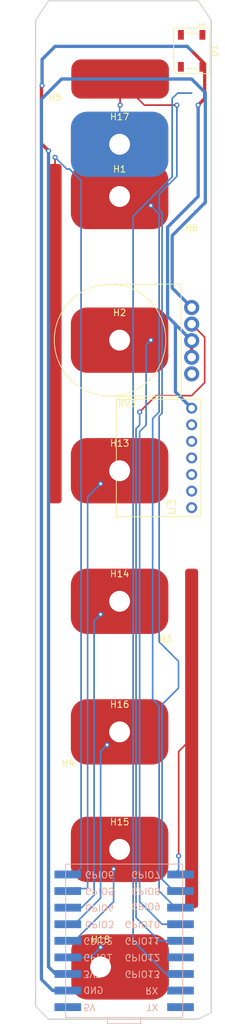
<source format=kicad_pcb>
(kicad_pcb (version 20240108) (generator "pcbnew") (generator_version "8.0")
  (layers (0 "F.Cu" signal) (31 "B.Cu" signal) (34 "B.Paste" user) (35 "F.Paste" user) (36 "B.SilkS" user "B.Silkscreen") (37 "F.SilkS" user "F.Silkscreen") (38 "B.Mask" user) (39 "F.Mask" user) (44 "Edge.Cuts" user))
  (net 0 "")
  (net 1 "/A1")
  (net 2 "+3.3V")
  (net 3 "GND")
  (net 4 "/A2")
  (net 5 "/A3")
  (net 6 "/A4")
  (net 7 "/A5")
  (net 8 "/A6")
  (net 9 "/A0")
  (net 10 "/D2")
  (net 11 "/D1")
  (net 12 "/A8")
  (net 13 "/SCL")
  (net 14 "/SDA")
  (net 15 "/A7")
  (net 16 "/A9")
  (net 17 "/D0")
  (footprint "MountingHole:MountingHole_3.2mm_M3" (layer "F.Cu") (at 37 174)
    (property "Reference" "H18" (at 0 -4.2 0) (layer "F.SilkS"))
    (property "Value" "MountingHole")
    (pad "" np_thru_hole circle (at 0 0) (size 3.2 3.2) (drill 3.2) (layers "*.Cu" "*.Mask"))
  )
  (footprint "ih_kicad:recorder-touchpad" (layer "F.Cu") (at 39.922 98)
    (property "Reference" "TP4" (hide yes))
    (property "Value" "TestPoint" (hide yes))
    (pad "1" smd roundrect (at 0 0) (size 15 10) (layers "F.Cu" "F.Mask") (net 6 "/A4"))
  )
  (footprint "ih_kicad:recorder-touchpad" (layer "F.Cu") (at 39.922 56)
    (property "Reference" "TP2" (hide yes))
    (property "Value" "TestPoint" (hide yes))
    (pad "1" smd roundrect (at 0 0) (size 15 10) (layers "F.Cu" "F.Mask") (net 12 "/A8"))
  )
  (footprint "ih_kicad:recorder-touchtrack" (layer "F.Cu") (at 51 139 90)
    (property "Reference" "TP8" (hide yes))
    (property "Value" "TestPoint" (hide yes))
    (pad "1" smd roundrect (at 0 0 90) (size 52 2) (layers "F.Cu" "F.Mask") (net 8 "/A6"))
  )
  (footprint "ih_kicad:recorder-touchpad" (layer "F.Cu") (at 39.922 118)
    (property "Reference" "TP5" (hide yes))
    (property "Value" "TestPoint" (hide yes))
    (pad "1" smd roundrect (at 0 0) (size 15 10) (layers "F.Cu" "F.Mask") (net 5 "/A3"))
  )
  (footprint "ih_kicad:recorder-touchpad-narrow" (layer "F.Cu") (at 40 38)
    (property "Reference" "TP11" (hide yes))
    (property "Value" "TestPoint" (hide yes))
    (pad "1" smd roundrect (at 0 0) (size 15 6) (layers "F.Cu" "F.Mask") (net 15 "/A7"))
  )
  (footprint "MountingHole:MountingHole_3.2mm_M3" (layer "F.Cu") (at 39.922 118)
    (property "Reference" "H14" (at 0 -4.2 0) (layer "F.SilkS"))
    (property "Value" "MountingHole")
    (pad "" np_thru_hole circle (at 0 0) (size 3.2 3.2) (drill 3.2) (layers "*.Cu" "*.Mask"))
  )
  (footprint "ih_kicad:LSM6DS3_Breakout_oneSide" (layer "F.Cu") (at 45.92 96.04 -90)
    (property "Reference" "U3" (at 7.5 -2 -90) (layer "F.SilkS") (effects (font (size 1.27 1.27))))
    (property "Value" "LSM6DS3_Breakout")
    (fp_line (start -9 6.5) (end 9 6.5) (stroke (width 0.12)) (layer "F.SilkS"))
    (fp_line (start -9 -6.5) (end -9 6.5) (stroke (width 0.12)) (layer "F.SilkS"))
    (fp_line (start -9 -6.5) (end 9 -6.5) (stroke (width 0.12)) (layer "F.SilkS"))
    (fp_line (start 9 -6.5) (end 9 6.5) (stroke (width 0.12)) (layer "F.SilkS"))
    (pad "1" thru_hole circle (at -7.62 -5.08 270) (size 1.7 1.7) (drill 1) (layers "*.Cu" "*.Mask") (net 2 "+3.3V"))
    (pad "2" thru_hole circle (at -5.08 -5.08 270) (size 1.7 1.7) (drill 1) (layers "*.Cu" "*.Mask"))
    (pad "3" thru_hole circle (at -2.54 -5.08 270) (size 1.7 1.7) (drill 1) (layers "*.Cu" "*.Mask") (net 3 "GND"))
    (pad "4" thru_hole circle (at 0 -5.08 270) (size 1.7 1.7) (drill 1) (layers "*.Cu" "*.Mask") (net 13 "/SCL"))
    (pad "5" thru_hole circle (at 2.54 -5.08 270) (size 1.7 1.7) (drill 1) (layers "*.Cu" "*.Mask") (net 14 "/SDA"))
    (pad "6" thru_hole circle (at 5.08 -5.08 270) (size 1.7 1.7) (drill 1) (layers "*.Cu" "*.Mask"))
    (pad "7" thru_hole circle (at 7.62 -5.08 270) (size 1.7 1.7) (drill 1) (layers "*.Cu" "*.Mask"))
  )
  (footprint "MountingHole:MountingHole_3.2mm_M3" (layer "F.Cu") (at 39.922 48)
    (property "Reference" "H17" (at 0 -4.2 0) (layer "F.SilkS"))
    (property "Value" "MountingHole")
    (pad "" np_thru_hole circle (at 0 0) (size 3.2 3.2) (drill 3.2) (layers "*.Cu" "*.Mask"))
  )
  (footprint "MountingHole:MountingHole_3.2mm_M3" (layer "F.Cu") (at 39.922 98)
    (property "Reference" "H13" (at 0 -4.2 0) (layer "F.SilkS"))
    (property "Value" "MountingHole")
    (pad "" np_thru_hole circle (at 0 0) (size 3.2 3.2) (drill 3.2) (layers "*.Cu" "*.Mask"))
  )
  (footprint "ih_kicad:potentiometer_wheel_16mm" (layer "F.Cu") (at 51 73 180)
    (property "Reference" "RV3" (at 9.915 -14.7 0) (layer "F.SilkS"))
    (property "Value" "R_Potentiometer_Dual")
    (fp_line (start 1.63 3.57) (end 12.55 3.57) (stroke (width 0.12)) (layer "F.SilkS"))
    (fp_line (start 1.63 -13.57) (end 12.55 -13.57) (stroke (width 0.12)) (layer "F.SilkS"))
    (fp_line (start 1.63 -13.57) (end 1.63 3.57) (stroke (width 0.12)) (layer "F.SilkS"))
    (fp_circle (center 12.55 -5) (end 21.12 -5) (stroke (width 0.12)) (fill none) (layer "F.SilkS"))
    (pad "1" thru_hole circle (at 0 0 180) (size 2.34 2.34) (drill 1.3) (layers "*.Cu" "*.Mask") (net 3 "GND"))
    (pad "2" thru_hole circle (at 0 -2.54 180) (size 2.34 2.34) (drill 1.3) (layers "*.Cu" "*.Mask") (net 17 "/D0"))
    (pad "3" thru_hole circle (at 0 -5.08 180) (size 2.34 2.34) (drill 1.3) (layers "*.Cu" "*.Mask") (net 2 "+3.3V"))
    (pad "4" thru_hole circle (at 0 -7.62 180) (size 2.34 2.34) (drill 1.3) (layers "*.Cu" "*.Mask") (net 2 "+3.3V"))
    (pad "5" thru_hole circle (at 0 -10.16 180) (size 2.34 2.34) (drill 1.3) (layers "*.Cu" "*.Mask"))
  )
  (footprint "MountingHole:MountingHole_3.2mm_M3" (layer "F.Cu") (at 39.922 156)
    (property "Reference" "H15" (at 0 -4.2 0) (layer "F.SilkS"))
    (property "Value" "MountingHole")
    (pad "" np_thru_hole circle (at 0 0) (size 3.2 3.2) (drill 3.2) (layers "*.Cu" "*.Mask"))
  )
  (footprint "MountingHole:MountingHole_3.2mm_M3" (layer "F.Cu") (at 39.922 138)
    (property "Reference" "H16" (at 0 -4.2 0) (layer "F.SilkS"))
    (property "Value" "MountingHole")
    (pad "" np_thru_hole circle (at 0 0) (size 3.2 3.2) (drill 3.2) (layers "*.Cu" "*.Mask"))
  )
  (footprint "MountingHole:MountingHole_3.2mm_M3" (layer "F.Cu") (at 47 128)
    (property "Reference" "H3" (at 0 -4.2 0) (layer "F.SilkS"))
    (property "Value" "MountingHole")
    (pad "" np_thru_hole circle (at 0 0) (size 3.2 3.2) (drill 3.2) (layers "*.Cu" "*.Mask"))
  )
  (footprint "ih_kicad:recorder-touchpad" (layer "F.Cu") (at 39.922 78)
    (property "Reference" "TP3" (hide yes))
    (property "Value" "TestPoint" (hide yes))
    (pad "1" smd roundrect (at 0 0) (size 15 10) (layers "F.Cu" "F.Mask") (net 16 "/A9"))
  )
  (footprint "MountingHole:MountingHole_3.2mm_M3" (layer "F.Cu") (at 30 45.05)
    (property "Reference" "H5" (at 0 -4.2 0) (layer "F.SilkS"))
    (property "Value" "MountingHole")
    (pad "" np_thru_hole circle (at 0 0) (size 3.2 3.2) (drill 3.2) (layers "*.Cu" "*.Mask"))
  )
  (footprint "MountingHole:MountingHole_3.2mm_M3" (layer "F.Cu") (at 32 147)
    (property "Reference" "H4" (at 0 -4.2 0) (layer "F.SilkS"))
    (property "Value" "MountingHole")
    (pad "" np_thru_hole circle (at 0 0) (size 3.2 3.2) (drill 3.2) (layers "*.Cu" "*.Mask"))
  )
  (footprint "LED_SMD:LED_WS2812B_PLCC4_5.0x5.0mm_P3.2mm" (layer "F.Cu") (at 51 33.682 -90)
    (property "Reference" "D1" (at 0 -3.5 -90) (layer "F.SilkS"))
    (property "Value" "WS2812B")
    (fp_line (start -3.5 2.75) (end 3.05 2.75) (stroke (width 0.12)) (layer "F.SilkS"))
    (fp_line (start 3.05 2.75) (end 3.5 2.3) (stroke (width 0.12)) (layer "F.SilkS"))
    (fp_line (start 3.5 2.3) (end 3.5 -2.75) (stroke (width 0.12)) (layer "F.SilkS"))
    (fp_line (start -2.7 0.9) (end -2.7 -0.9) (stroke (width 0.12)) (layer "F.SilkS"))
    (fp_line (start 2.7 0.9) (end 2.7 -0.9) (stroke (width 0.12)) (layer "F.SilkS"))
    (fp_line (start -3.5 -2.75) (end -3.5 2.75) (stroke (width 0.12)) (layer "F.SilkS"))
    (fp_line (start -3.5 -2.75) (end 3.5 -2.75) (stroke (width 0.12)) (layer "F.SilkS"))
    (fp_text user "1" (at -4 -1.6 -90) (layer "F.SilkS") (effects (font (size 0.8 0.8))))
    (pad "1" smd roundrect (at -2.45 -1.65 270) (size 1.5 0.9) (layers "F.Cu" "F.Paste" "F.Mask") (roundrect_rratio 0.1) (net 2 "+3.3V"))
    (pad "2" smd roundrect (at -2.45 1.65 270) (size 1.5 0.9) (layers "F.Cu" "F.Paste" "F.Mask") (roundrect_rratio 0.1))
    (pad "3" smd roundrect (at 2.45 1.65 270) (size 1.5 0.9) (layers "F.Cu" "F.Paste" "F.Mask") (roundrect_rratio 0.1) (net 3 "GND"))
    (pad "4" smd roundrect (at 2.45 -1.65 270) (size 1.5 0.9) (layers "F.Cu" "F.Paste" "F.Mask") (roundrect_rratio 0.1) (net 10 "/D2"))
  )
  (footprint "ih_kicad:recorder-touchpad" (layer "F.Cu") (at 39.922 156)
    (property "Reference" "TP7" (hide yes))
    (property "Value" "TestPoint" (hide yes))
    (pad "1" smd roundrect (at 0 0) (size 15 10) (layers "F.Cu" "F.Mask") (net 1 "/A1"))
  )
  (footprint "MountingHole:MountingHole_3.2mm_M3" (layer "F.Cu") (at 39.922 78)
    (property "Reference" "H2" (at 0 -4.2 0) (layer "F.SilkS"))
    (property "Value" "MountingHole")
    (pad "" np_thru_hole circle (at 0 0) (size 3.2 3.2) (drill 3.2) (layers "*.Cu" "*.Mask"))
  )
  (footprint "MountingHole:MountingHole_3.2mm_M3" (layer "F.Cu") (at 51 65)
    (property "Reference" "H6" (at 0 -4.2 0) (layer "F.SilkS"))
    (property "Value" "MountingHole")
    (pad "" np_thru_hole circle (at 0 0) (size 3.2 3.2) (drill 3.2) (layers "*.Cu" "*.Mask"))
  )
  (footprint "ih_kicad:recorder-touchpad" (layer "F.Cu") (at 40 174)
    (property "Reference" "TP10" (hide yes))
    (property "Value" "TestPoint" (hide yes))
    (pad "1" smd roundrect (at 0 0) (size 15 10) (layers "F.Cu" "F.Mask") (net 9 "/A0"))
  )
  (footprint "ih_kicad:recorder-touchtrack" (layer "F.Cu") (at 30 77 90)
    (property "Reference" "TP9" (hide yes))
    (property "Value" "TestPoint" (hide yes))
    (pad "1" smd roundrect (at 0 0 90) (size 52 2) (layers "F.Cu" "F.Mask") (net 7 "/A5"))
  )
  (footprint "MountingHole:MountingHole_3.2mm_M3" (layer "F.Cu") (at 39.922 56)
    (property "Reference" "H1" (at 0 -4.2 0) (layer "F.SilkS"))
    (property "Value" "MountingHole")
    (pad "" np_thru_hole circle (at 0 0) (size 3.2 3.2) (drill 3.2) (layers "*.Cu" "*.Mask"))
  )
  (footprint "ih_kicad:recorder-touchpad" (layer "F.Cu") (at 39.922 138)
    (property "Reference" "TP6" (hide yes))
    (property "Value" "TestPoint" (hide yes))
    (pad "1" smd roundrect (at 0 0) (size 15 10) (layers "F.Cu" "F.Mask") (net 4 "/A2"))
  )
  (footprint "ih_kicad:Wifiduino-ESP32S3-SMD" (layer "B.Cu") (at 40.62 170)
    (property "Reference" "U2" (hide yes))
    (property "Value" "~" (hide yes))
    (fp_line (start -9 -11.75) (end 9 -11.75) (stroke (width 0.12)) (layer "B.SilkS"))
    (fp_line (start -9 11.75) (end -9 -11.75) (stroke (width 0.12)) (layer "B.SilkS"))
    (fp_line (start -2.54 11.75) (end -2.54 12.7) (stroke (width 0.12)) (layer "B.SilkS"))
    (fp_line (start -2.54 12.7) (end 2.54 12.7) (stroke (width 0.12)) (layer "B.SilkS"))
    (fp_line (start 2.54 12.7) (end 2.54 11.75) (stroke (width 0.12)) (layer "B.SilkS"))
    (fp_line (start 9 -11.75) (end 9 11.75) (stroke (width 0.12)) (layer "B.SilkS"))
    (fp_line (start 9 11.75) (end -9 11.75) (stroke (width 0.12)) (layer "B.SilkS"))
    (fp_text user "RX" (at 5.309999 7.62 180) (layer "B.SilkS") (effects (justify right mirror)))
    (fp_text user "GPIO12" (at 0 2.54 180) (layer "B.SilkS") (effects (justify left mirror)))
    (fp_text user "GPIO11" (at 0 0 180) (layer "B.SilkS") (effects (justify left mirror)))
    (fp_text user "GPIO1" (at -6.35 2.54 180) (layer "B.SilkS") (effects (justify left mirror)))
    (fp_text user "GPIO7" (at 1 -10.16 180) (layer "B.SilkS") (effects (justify left mirror)))
    (fp_text user "GPIO6" (at -6.120001 -10.16 180) (layer "B.SilkS") (effects (justify left mirror)))
    (fp_text user "GPIO3" (at -6.120001 -2.54 180) (layer "B.SilkS") (effects (justify left mirror)))
    (fp_text user "GND" (at -6.35 7.62 0) (layer "B.SilkS") (effects (justify right mirror)))
    (fp_text user "GPIO13" (at 0 5.08 180) (layer "B.SilkS") (effects (justify left mirror)))
    (fp_text user "GPIO4" (at -6.120001 -5.08 180) (layer "B.SilkS") (effects (justify left mirror)))
    (fp_text user "GPIO8" (at 1 -7.62 180) (layer "B.SilkS") (effects (justify left mirror)))
    (fp_text user "3V3" (at -6.35 5.08 180) (layer "B.SilkS") (effects (justify left mirror)))
    (fp_text user "GPIO9" (at 1 -5.309999 180) (layer "B.SilkS") (effects (justify left mirror)))
    (fp_text user "TX" (at 5.309999 10.16 180) (layer "B.SilkS") (effects (justify right mirror)))
    (fp_text user "GPIO5" (at -6.120001 -7.62 180) (layer "B.SilkS") (effects (justify left mirror)))
    (fp_text user "GPIO10" (at 0 -2.54 180) (layer "B.SilkS") (effects (justify left mirror)))
    (fp_text user "GPIO2" (at -6.35 0 180) (layer "B.SilkS") (effects (justify left mirror)))
    (fp_text user "5V" (at -6.35 10.16 180) (layer "B.SilkS") (effects (justify left mirror)))
    (pad "1" smd custom (at -7.62 10.16 90) (size 1.2 2) (layers "B.Cu" "B.Paste" "B.Mask") (options (clearance outline) (anchor rect)) (primitives (gr_poly (pts (xy -0.5 -3) (xy -0.5 0.5) (xy 0.5 0.5) (xy 0.5 -3)) (width 0.2) (fill yes))))
    (pad "2" smd custom (at -7.62 7.62 90) (size 1.2 2) (layers "B.Cu" "B.Paste" "B.Mask") (net 3 "GND") (options (clearance outline) (anchor rect)) (primitives (gr_poly (pts (xy -0.5 -3) (xy -0.5 0.5) (xy 0.5 0.5) (xy 0.5 -3)) (width 0.2) (fill yes))))
    (pad "3" smd custom (at -7.62 5.08 90) (size 1.2 2) (layers "B.Cu" "B.Paste" "B.Mask") (net 2 "+3.3V") (options (clearance outline) (anchor rect)) (primitives (gr_poly (pts (xy -0.5 -3) (xy -0.5 0.5) (xy 0.5 0.5) (xy 0.5 -3)) (width 0.2) (fill yes))))
    (pad "4" smd custom (at -7.62 2.54 90) (size 1.2 2) (layers "B.Cu" "B.Paste" "B.Mask") (net 9 "/A0") (options (clearance outline) (anchor rect)) (primitives (gr_poly (pts (xy -0.5 -3) (xy -0.5 0.5) (xy 0.5 0.5) (xy 0.5 -3)) (width 0.2) (fill yes))))
    (pad "5" smd custom (at -7.62 0 90) (size 1.2 2) (layers "B.Cu" "B.Paste" "B.Mask") (net 1 "/A1") (options (clearance outline) (anchor rect)) (primitives (gr_poly (pts (xy -0.5 -3) (xy -0.5 0.5) (xy 0.5 0.5) (xy 0.5 -3)) (width 0.2) (fill yes))))
    (pad "6" smd custom (at -7.62 -2.54 90) (size 1.2 2) (layers "B.Cu" "B.Paste" "B.Mask") (net 4 "/A2") (options (clearance outline) (anchor rect)) (primitives (gr_poly (pts (xy -0.5 -3) (xy -0.5 0.5) (xy 0.5 0.5) (xy 0.5 -3)) (width 0.2) (fill yes))))
    (pad "7" smd custom (at -7.62 -5.08 90) (size 1.2 2) (layers "B.Cu" "B.Paste" "B.Mask") (net 5 "/A3") (options (clearance outline) (anchor rect)) (primitives (gr_poly (pts (xy -0.5 -3) (xy -0.5 0.5) (xy 0.5 0.5) (xy 0.5 -3)) (width 0.2) (fill yes))))
    (pad "8" smd custom (at -7.62 -7.62 90) (size 1.2 2) (layers "B.Cu" "B.Paste" "B.Mask") (net 6 "/A4") (options (clearance outline) (anchor rect)) (primitives (gr_poly (pts (xy -0.5 -3) (xy -0.5 0.5) (xy 0.5 0.5) (xy 0.5 -3)) (width 0.2) (fill yes))))
    (pad "9" smd custom (at -7.62 -10.16 90) (size 1.2 2) (layers "B.Cu" "B.Paste" "B.Mask") (net 7 "/A5") (options (clearance outline) (anchor rect)) (primitives (gr_poly (pts (xy -0.5 -3) (xy -0.5 0.5) (xy 0.5 0.5) (xy 0.5 -3)) (width 0.2) (fill yes))))
    (pad "10" smd custom (at 7.62 -10.16 270) (size 1.2 2) (layers "B.Cu" "B.Paste" "B.Mask") (net 8 "/A6") (options (clearance outline) (anchor rect)) (primitives (gr_poly (pts (xy -0.5 -3) (xy -0.5 0.5) (xy 0.5 0.5) (xy 0.5 -3)) (width 0.2) (fill yes))))
    (pad "11" smd custom (at 7.62 -7.62 270) (size 1.2 2) (layers "B.Cu" "B.Paste" "B.Mask") (net 15 "/A7") (options (clearance outline) (anchor rect)) (primitives (gr_poly (pts (xy -0.5 -3) (xy -0.5 0.5) (xy 0.5 0.5) (xy 0.5 -3)) (width 0.2) (fill yes))))
    (pad "12" smd custom (at 7.62 -5.08 270) (size 1.2 2) (layers "B.Cu" "B.Paste" "B.Mask") (net 12 "/A8") (options (clearance outline) (anchor rect)) (primitives (gr_poly (pts (xy -0.5 -3) (xy -0.5 0.5) (xy 0.5 0.5) (xy 0.5 -3)) (width 0.2) (fill yes))))
    (pad "13" smd custom (at 7.62 -2.54 270) (size 1.2 2) (layers "B.Cu" "B.Paste" "B.Mask") (net 16 "/A9") (options (clearance outline) (anchor rect)) (primitives (gr_poly (pts (xy -0.5 -3) (xy -0.5 0.5) (xy 0.5 0.5) (xy 0.5 -3)) (width 0.2) (fill yes))))
    (pad "14" smd custom (at 7.62 0 270) (size 1.2 2) (layers "B.Cu" "B.Paste" "B.Mask") (net 17 "/D0") (options (clearance outline) (anchor rect)) (primitives (gr_poly (pts (xy -0.5 -3) (xy -0.5 0.5) (xy 0.5 0.5) (xy 0.5 -3)) (width 0.2) (fill yes))))
    (pad "15" smd custom (at 7.62 2.54 270) (size 1.2 2) (layers "B.Cu" "B.Paste" "B.Mask") (net 11 "/D1") (options (clearance outline) (anchor rect)) (primitives (gr_poly (pts (xy -0.5 -3) (xy -0.5 0.5) (xy 0.5 0.5) (xy 0.5 -3)) (width 0.2) (fill yes))))
    (pad "16" smd custom (at 7.62 5.08 270) (size 1.2 2) (layers "B.Cu" "B.Paste" "B.Mask") (net 10 "/D2") (options (clearance outline) (anchor rect)) (primitives (gr_poly (pts (xy -0.5 -3) (xy -0.5 0.5) (xy 0.5 0.5) (xy 0.5 -3)) (width 0.2) (fill yes))))
    (pad "17" smd custom (at 7.62 7.62 270) (size 1.2 2) (layers "B.Cu" "B.Paste" "B.Mask") (net 14 "/SDA") (options (clearance outline) (anchor rect)) (primitives (gr_poly (pts (xy -0.5 -3) (xy -0.5 0.5) (xy 0.5 0.5) (xy 0.5 -3)) (width 0.2) (fill yes))))
    (pad "18" smd custom (at 7.62 10.16 270) (size 1.2 2) (layers "B.Cu" "B.Paste" "B.Mask") (net 13 "/SCL") (options (clearance outline) (anchor rect)) (primitives (gr_poly (pts (xy -0.5 -3) (xy -0.5 0.5) (xy 0.5 0.5) (xy 0.5 -3)) (width 0.2) (fill yes))))
  )
  (footprint "ih_kicad:recorder-touchpad" (layer "B.Cu") (at 39.922 48 180)
    (property "Reference" "TP1" (hide yes))
    (property "Value" "TestPoint" (hide yes))
    (pad "1" smd roundrect (at 0 0 180) (size 15 10) (layers "B.Cu" "B.Mask") (net 15 "/A7"))
  )
  (gr_poly (pts (xy 27 29) (xy 29 26) (xy 52 26) (xy 54 29) (xy 54 181) (xy 52 182) (xy 29 182) (xy 27 180)) (stroke (width 0.2)) (fill none) (layer "Edge.Cuts"))
  (segment (start 39.103928 157.975) (end 39.922 157.975) (width 0.25) (layer "F.Cu") (net 1))
  (segment (start 39 158.078928) (end 39.103928 157.975) (width 0.25) (layer "F.Cu") (net 1))
  (segment (start 39 159) (end 39 158.078928) (width 0.25) (layer "F.Cu") (net 1))
  (via (at 39 159) (size 0.8) (drill 0.4) (layers "F.Cu" "B.Cu") (net 1))
  (segment (start 39 164) (end 39 159) (width 0.25) (layer "B.Cu") (net 1))
  (segment (start 33 170) (end 39 164) (width 0.25) (layer "B.Cu") (net 1))
  (segment (start 28 48) (end 27.9 47.9) (width 0.5) (layer "F.Cu") (net 2))
  (segment (start 53 41) (end 52 42) (width 0.5) (layer "F.Cu") (net 2))
  (segment (start 51 33.682) (end 53 35.682) (width 0.5) (layer "F.Cu") (net 2))
  (segment (start 29 49) (end 28 48) (width 0.5) (layer "F.Cu") (net 2))
  (segment (start 53 35.682) (end 53 41) (width 0.5) (layer "F.Cu") (net 2))
  (segment (start 27.9 47.9) (end 27.9 39.1) (width 0.5) (layer "F.Cu") (net 2))
  (segment (start 51 78.08) (end 51 80.62) (width 0.5) (layer "F.Cu") (net 2))
  (segment (start 27.9 39.1) (end 28 39) (width 0.5) (layer "F.Cu") (net 2))
  (via (at 29 49) (size 0.8) (drill 0.4) (layers "F.Cu" "B.Cu") (net 2))
  (via (at 52 42) (size 0.8) (drill 0.4) (layers "F.Cu" "B.Cu") (net 2))
  (via (at 28 39) (size 0.8) (drill 0.4) (layers "F.Cu" "B.Cu") (net 2))
  (segment (start 51 88.42) (end 48.5 85.92) (width 0.5) (layer "B.Cu") (net 2))
  (segment (start 30 33) (end 50.318 33) (width 0.5) (layer "B.Cu") (net 2))
  (segment (start 48.5 75.58) (end 48.46 75.54) (width 0.5) (layer "B.Cu") (net 2))
  (segment (start 52 56) (end 47.3 60.7) (width 0.5) (layer "B.Cu") (net 2))
  (segment (start 48.46 75.54) (end 51 78.08) (width 0.5) (layer "B.Cu") (net 2))
  (segment (start 29 54) (end 29 49) (width 0.5) (layer "B.Cu") (net 2))
  (segment (start 48.5 85.92) (end 48.5 75.58) (width 0.5) (layer "B.Cu") (net 2))
  (segment (start 50.318 33) (end 51 33.682) (width 0.5) (layer "B.Cu") (net 2))
  (segment (start 47.3 60.7) (end 47.3 74.38) (width 0.5) (layer "B.Cu") (net 2))
  (segment (start 33 175.08) (end 30.08 175.08) (width 0.5) (layer "B.Cu") (net 2))
  (segment (start 28 39) (end 28 35) (width 0.5) (layer "B.Cu") (net 2))
  (segment (start 30.08 175.08) (end 29 174) (width 0.5) (layer "B.Cu") (net 2))
  (segment (start 52 42) (end 52 56) (width 0.5) (layer "B.Cu") (net 2))
  (segment (start 29 174) (end 29 54) (width 0.5) (layer "B.Cu") (net 2))
  (segment (start 47.3 74.38) (end 48.46 75.54) (width 0.5) (layer "B.Cu") (net 2))
  (segment (start 28 35) (end 30 33) (width 0.5) (layer "B.Cu") (net 2))
  (segment (start 53.1 56.9) (end 53.1 40.1) (width 0.5) (layer "B.Cu") (net 3))
  (segment (start 51 73) (end 48 70) (width 0.5) (layer "B.Cu") (net 3))
  (segment (start 48 70) (end 48 62) (width 0.5) (layer "B.Cu") (net 3))
  (segment (start 27.9 175.9) (end 27.9 41.1) (width 0.5) (layer "B.Cu") (net 3))
  (segment (start 27.9 41.1) (end 31 38) (width 0.5) (layer "B.Cu") (net 3))
  (segment (start 29.62 177.62) (end 27.9 175.9) (width 0.5) (layer "B.Cu") (net 3))
  (segment (start 33 177.62) (end 29.62 177.62) (width 0.5) (layer "B.Cu") (net 3))
  (segment (start 53.1 40.1) (end 51 38) (width 0.5) (layer "B.Cu") (net 3))
  (segment (start 31 38) (end 51 38) (width 0.5) (layer "B.Cu") (net 3))
  (segment (start 48 62) (end 53.1 56.9) (width 0.5) (layer "B.Cu") (net 3))
  (segment (start 38 140) (end 38 139.922) (width 0.25) (layer "F.Cu") (net 4))
  (segment (start 38 139.922) (end 38.525464 139.396536) (width 0.25) (layer "F.Cu") (net 4))
  (via (at 38 140) (size 0.8) (drill 0.4) (layers "F.Cu" "B.Cu") (net 4))
  (segment (start 33 167.46) (end 37 163.46) (width 0.25) (layer "B.Cu") (net 4))
  (segment (start 37 141) (end 38 140) (width 0.25) (layer "B.Cu") (net 4))
  (segment (start 37 144) (end 37 141) (width 0.25) (layer "B.Cu") (net 4))
  (segment (start 37 163.46) (end 37 144) (width 0.25) (layer "B.Cu") (net 4))
  (segment (start 37.922 120) (end 38.525464 119.396536) (width 0.25) (layer "F.Cu") (net 5))
  (segment (start 37 120) (end 37.922 120) (width 0.25) (layer "F.Cu") (net 5))
  (via (at 37 120) (size 0.8) (drill 0.4) (layers "F.Cu" "B.Cu") (net 5))
  (segment (start 34.08 164.92) (end 35 164) (width 0.25) (layer "B.Cu") (net 5))
  (segment (start 36 121) (end 37 120) (width 0.25) (layer "B.Cu") (net 5))
  (segment (start 35 164) (end 36 163) (width 0.25) (layer "B.Cu") (net 5))
  (segment (start 33 164.92) (end 34.08 164.92) (width 0.25) (layer "B.Cu") (net 5))
  (segment (start 36 163) (end 36 121) (width 0.25) (layer "B.Cu") (net 5))
  (segment (start 37.922 100) (end 38.525464 99.396536) (width 0.25) (layer "F.Cu") (net 6))
  (segment (start 37 100) (end 37.922 100) (width 0.25) (layer "F.Cu") (net 6))
  (via (at 37 100) (size 0.8) (drill 0.4) (layers "F.Cu" "B.Cu") (net 6))
  (segment (start 35 121) (end 35 102) (width 0.25) (layer "B.Cu") (net 6))
  (segment (start 33.38 162) (end 35 162) (width 0.25) (layer "B.Cu") (net 6))
  (segment (start 35 162) (end 35 138) (width 0.25) (layer "B.Cu") (net 6))
  (segment (start 35 138) (end 35 121) (width 0.25) (layer "B.Cu") (net 6))
  (segment (start 35 102) (end 37 100) (width 0.25) (layer "B.Cu") (net 6))
  (segment (start 33 162.38) (end 33.38 162) (width 0.25) (layer "B.Cu") (net 6))
  (segment (start 30 77) (end 30 50) (width 0.25) (layer "F.Cu") (net 7))
  (via (at 30 50) (size 0.8) (drill 0.4) (layers "F.Cu" "B.Cu") (net 7))
  (segment (start 30 50) (end 31.786576 51.786576) (width 0.25) (layer "B.Cu") (net 7))
  (segment (start 34 158.84) (end 33 159.84) (width 0.25) (layer "B.Cu") (net 7))
  (segment (start 32.213423 51.786576) (end 34 53.573153) (width 0.25) (layer "B.Cu") (net 7))
  (segment (start 34 53.573153) (end 34 158.84) (width 0.25) (layer "B.Cu") (net 7))
  (segment (start 31.786576 51.786576) (end 32.213423 51.786576) (width 0.25) (layer "B.Cu") (net 7))
  (segment (start 49 141) (end 51 139) (width 0.25) (layer "F.Cu") (net 8))
  (segment (start 49 157) (end 49 141) (width 0.25) (layer "F.Cu") (net 8))
  (via (at 49 157) (size 0.8) (drill 0.4) (layers "F.Cu" "B.Cu") (net 8))
  (segment (start 48.24 159.84) (end 49 159.08) (width 0.25) (layer "B.Cu") (net 8))
  (segment (start 49 159.08) (end 49 157) (width 0.25) (layer "B.Cu") (net 8))
  (segment (start 37 171) (end 40 174) (width 0.25) (layer "F.Cu") (net 9))
  (segment (start 43 171) (end 40 174) (width 0.25) (layer "F.Cu") (net 9))
  (segment (start 44 171) (end 43 171) (width 0.25) (layer "F.Cu") (net 9))
  (via (at 37 171) (size 0.8) (drill 0.4) (layers "F.Cu" "B.Cu") (net 9))
  (segment (start 33 172.54) (end 35.46 172.54) (width 0.25) (layer "B.Cu") (net 9))
  (segment (start 35.46 172.54) (end 37 171) (width 0.25) (layer "B.Cu") (net 9))
  (segment (start 42 170) (end 42 59) (width 0.25) (layer "B.Cu") (net 10))
  (segment (start 42 59) (end 48 53) (width 0.25) (layer "B.Cu") (net 10))
  (segment (start 48 53) (end 48 41) (width 0.25) (layer "B.Cu") (net 10))
  (segment (start 48.841 40.159) (end 51 40.159) (width 0.25) (layer "B.Cu") (net 10))
  (segment (start 47.08 175.08) (end 42 170) (width 0.25) (layer "B.Cu") (net 10))
  (segment (start 48.24 175.08) (end 47.08 175.08) (width 0.25) (layer "B.Cu") (net 10))
  (segment (start 48 41) (end 48.841 40.159) (width 0.25) (layer "B.Cu") (net 10))
  (via (at 44.7245 57.380498) (size 0.8) (drill 0.4) (layers "F.Cu" "B.Cu") (net 12))
  (segment (start 46 58.655998) (end 44.7245 57.380498) (width 0.25) (layer "B.Cu") (net 12))
  (segment (start 48.24 164.92) (end 48.53 164.92) (width 0.25) (layer "B.Cu") (net 12))
  (segment (start 46 162.39) (end 46 134) (width 0.25) (layer "B.Cu") (net 12))
  (segment (start 45 90) (end 46 89) (width 0.25) (layer "B.Cu") (net 12))
  (segment (start 48.53 164.92) (end 46 162.39) (width 0.25) (layer "B.Cu") (net 12))
  (segment (start 45 133) (end 45 90) (width 0.25) (layer "B.Cu") (net 12))
  (segment (start 46 89) (end 46 58.655998) (width 0.25) (layer "B.Cu") (net 12))
  (segment (start 46 134) (end 45 133) (width 0.25) (layer "B.Cu") (net 12))
  (segment (start 48.7245 42) (end 43.7245 42) (width 0.25) (layer "F.Cu") (net 15))
  (segment (start 40 38.2755) (end 40 38) (width 0.25) (layer "F.Cu") (net 15))
  (segment (start 43.7245 42) (end 40 38.2755) (width 0.25) (layer "F.Cu") (net 15))
  (segment (start 40 42) (end 40 38) (width 0.25) (layer "F.Cu") (net 15))
  (via (at 40 42) (size 0.8) (drill 0.4) (layers "F.Cu" "B.Cu") (net 15))
  (via (at 48.7245 42) (size 0.8) (drill 0.4) (layers "F.Cu" "B.Cu") (net 15))
  (segment (start 46 124.206928) (end 48.975 127.181928) (width 0.25) (layer "B.Cu") (net 15))
  (segment (start 46.45 160.59) (end 48.24 162.38) (width 0.25) (layer "B.Cu") (net 15))
  (segment (start 46.45 89.186396) (end 46 89.636396) (width 0.25) (layer "B.Cu") (net 15))
  (segment (start 46.45 58.469602) (end 46.45 89.186396) (width 0.25) (layer "B.Cu") (net 15))
  (segment (start 46 89.636396) (end 46 124.206928) (width 0.25) (layer "B.Cu") (net 15))
  (segment (start 46 55.636396) (end 46 58.019602) (width 0.25) (layer "B.Cu") (net 15))
  (segment (start 48.975 127.181928) (end 48.975 131.288604) (width 0.25) (layer "B.Cu") (net 15))
  (segment (start 46.45 133.813604) (end 46.45 160.59) (width 0.25) (layer "B.Cu") (net 15))
  (segment (start 48.7245 52.911896) (end 46 55.636396) (width 0.25) (layer "B.Cu") (net 15))
  (segment (start 39.922 42.078) (end 40 42) (width 0.25) (layer "B.Cu") (net 15))
  (segment (start 46 58.019602) (end 46.45 58.469602) (width 0.25) (layer "B.Cu") (net 15))
  (segment (start 48.7245 42) (end 48.7245 52.911896) (width 0.25) (layer "B.Cu") (net 15))
  (segment (start 48.975 131.288604) (end 46.45 133.813604) (width 0.25) (layer "B.Cu") (net 15))
  (segment (start 39.922 48) (end 39.922 42.078) (width 0.25) (layer "B.Cu") (net 15))
  (segment (start 38.128928 79) (end 38.525464 79.396536) (width 0.25) (layer "F.Cu") (net 16))
  (segment (start 35 79) (end 38.128928 79) (width 0.25) (layer "F.Cu") (net 16))
  (via (at 44.7245 78) (size 0.8) (drill 0.4) (layers "F.Cu" "B.Cu") (net 16))
  (segment (start 43 92) (end 44 91) (width 0.25) (layer "B.Cu") (net 16))
  (segment (start 43 164) (end 43 92) (width 0.25) (layer "B.Cu") (net 16))
  (segment (start 44 78.7245) (end 44.7245 78) (width 0.25) (layer "B.Cu") (net 16))
  (segment (start 48.24 167.46) (end 46.46 167.46) (width 0.25) (layer "B.Cu") (net 16))
  (segment (start 44 91) (end 44 78.7245) (width 0.25) (layer "B.Cu") (net 16))
  (segment (start 46.46 167.46) (end 43 164) (width 0.25) (layer "B.Cu") (net 16))
  (segment (start 53 77.54) (end 51 75.54) (width 0.25) (layer "F.Cu") (net 17))
  (segment (start 53 84.5) (end 53 77.54) (width 0.25) (layer "F.Cu") (net 17))
  (segment (start 45.5 86.5) (end 51 86.5) (width 0.25) (layer "F.Cu") (net 17))
  (segment (start 43 89) (end 45.5 86.5) (width 0.25) (layer "F.Cu") (net 17))
  (segment (start 51 86.5) (end 53 84.5) (width 0.25) (layer "F.Cu") (net 17))
  (via (at 43 89) (size 0.8) (drill 0.4) (layers "F.Cu" "B.Cu") (net 17))
  (segment (start 43 89) (end 43 91) (width 0.25) (layer "B.Cu") (net 17))
  (segment (start 43 91) (end 42.45 91.55) (width 0.25) (layer "B.Cu") (net 17))
  (segment (start 42.45 91.55) (end 42.45 166.45) (width 0.25) (layer "B.Cu") (net 17))
  (segment (start 42.45 166.45) (end 46 170) (width 0.25) (layer "B.Cu") (net 17))
  (segment (start 46 170) (end 48.24 170) (width 0.25) (layer "B.Cu") (net 17))
)
</source>
